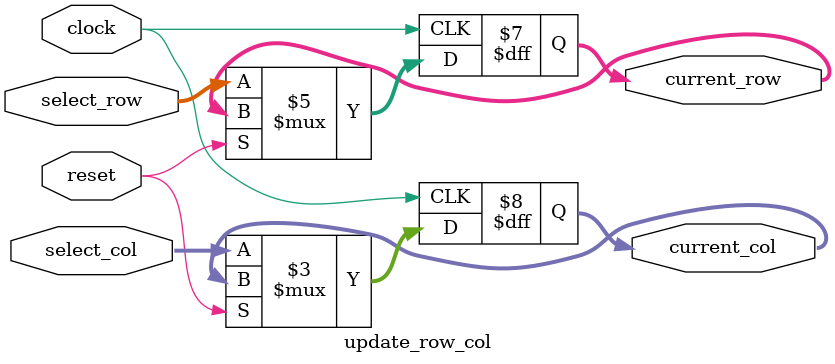
<source format=sv>
module update_row_col(
	input clock,
	input reset,
	input reg [4:0] select_row,
	input reg [4:0] select_col,
	output reg [4:0] current_row, 
	output reg [4:0] current_col
	);


always @(posedge clock) begin
    if (!reset) begin
        current_row <= select_row;
        current_col <= select_col;
    end
end

endmodule 
</source>
